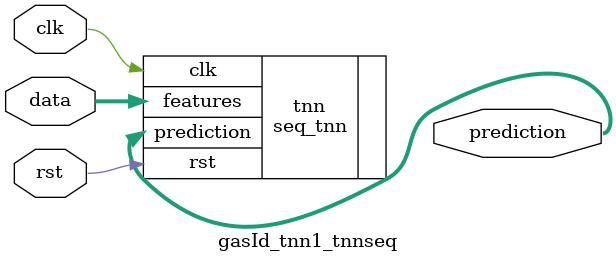
<source format=v>












module gasId_tnn1_tnnseq #(

parameter FEAT_CNT = 128,
parameter HIDDEN_CNT = 40,
parameter FEAT_BITS = 4,
parameter CLASS_CNT = 6,
parameter TEST_CNT = 1000




  ) (
  input clk,
  input rst,
  input [FEAT_CNT*FEAT_BITS-1:0] data,
  output [$clog2(CLASS_CNT)-1:0] prediction
  );

  seq_tnn #(
      .FEAT_CNT(FEAT_CNT),.FEAT_BITS(FEAT_BITS),.HIDDEN_CNT(HIDDEN_CNT),.CLASS_CNT(CLASS_CNT),
  .SPARSE_VALS(5120'b00000010000000000000000000000000000001000000000000000000000000001000000010000001000000100000000000000000000000001100000000001100000010101000101000000110001010110000010000011010101010110010010100101010000000000010001010000000000000100000000000000110000110101001001000100001000000100000000000000001010000000100000001000000000000000000000000000100000000000110000000000000000000000000100010000000010000000000000000000000000000000000000000000000000011000001101010111010001000110111001100001100000010101010001000110001000010100000100000100000100000100000001000010010000001000000001010100010001100010000101010101000101000011100000001010000010110000000000000000000001000000000000001000100000000000000000000000000000000010000010000000000000000100100000010000000000000000100010100011010101010110011010010101010000101100000101010001000100001100010000100010011001011000000100000000100000000010001000100010100000001010000000000000000000000010000010001000100010000001100010100000000000000000000000010000000110001000000000000000000000001000000000000000000000000000000000011000000011100001000000001000101000110101010101100110100100010110001010000001010100010000000011001100011000100010011110000001100000001100010000100010001000011000001000100000000101000000000001110000100000010000100000001000100000001100000000000000000000000000000000100000000011000000000000001000000000000000000000000000000000000000000000001000000000101100001110010010001000010000110000000000110000110001000001000100000100000101010001010000000000101001000000011000100001000100000001000100010001000010001100010000000000000000000001011000000000000000000000000000000000000001000000000000000000000000000000000000100000000000000000000000000000100000000000000000000110000000010000001000000110000100111000100001000000011000000001010100010101000010110111010100000000000101100001000101011000101001010011000000010110000110011000101011110100000000000000011000010011100010001110000010000000000000000000000000000000000000000000000000100000000000000100001000000000000000000000000000000100000000000010001001100000000111000101000010110010011010000010000001010101010000000011000100111000001000000101010001000000001100010011100001100001010101000100000000110011001110000110000100011110010100001011000001101000000100000000000000000100000000100000000000000000000000000000100001000000001000000000000000000000100000000000001000000010011100000000111001010010101100000100101001110000000011000100000010110000000010000111000000011100010100001011000000001100111001000110110010000000011100010000101001100000000011001100011010110000000010000000000000000000000000000000001001100000000000000000000000000000000001000000000001100000100000000000010000000000000000001110000001000100110010000000000000000000101000001101010101001000000000010001000000000000000000010000000000000110001000000000000000000000000000000011000000000010000001000000000000000000000000000010000000000000000000000000000000000000000000000001000000000000100000000000000000000010000100000000000000000000000001000000000000100010110000000100000000100100000100000110000001010101000110010010000101010001000100000001011000000100000000000010000001010010000000000001010000100000001001000000000000000000001001100000001000000000000100000000000000000000000000000000000000000000000000000000000000000010000000000001000000000100001001000000101000000001100010000000100000111001000000100000000010100000110100010100100000100001011100001000000001100000110010000110000100001000000000000000000000000000001100100000000010011100001000000010000000100000001000000000000000000000000000000000001000000000000000000000000000000000000000000000000000010000000000000000000000000010001000000001001000000000001000000010011000100000001000010101010101000000001100010111100010010001111000001100000001110011000010000100100000000000000001000010000000000000000010000000001000000000001000000110000100000001000000000000000000000010000000000000000000000000000000000000000000100000000100010000000000000000000000100010101001110000010101000101000000110000011000001010101011000100001110010000110000010101100011010010001100001001010010001110000110000000100101010011100100001000111100000001010000000010001000000000001000100000000000000000010000100000000000100000000000010000000000000010000000000000000010001000000000000000000000000000001000100000011000010100000001000000000100000100101000101000110000100011110110001100110100011000000000000000000010010100110001110001000000001001001100111001000010001110000000001001000000000010001100000000101000000010000000000000000000000000011000000000000000010000000000000000000000010010000000000000000001000000010000000000000001110101110000001010001100111000110011100110010001000010111010100010110101000000110001000100001011101010001010010000000010000100000000001100001000101001000000101110010011000000111010100011100111001000100000010000000000000010000000100000000000000000000000000000000000000000001000000000000000000000000000000000010000000000000000101100001011001111010010010100000010000111000000101100110000000011000000001000000000000000010001000000100101100000100001000000000011100101000010100000010011000110000000001110010100001001000000001),
  .MASK(5120'b00000010010000000000010010000000000001000000000001000000000000001000000010000001000000100100001000000000000000001100000010011111100011101000111001001110011010111100010110011111111111110111111110101110000000010010011010000100100000101100000000000111110111111101011001100001000000100000011100001101011011000100010001000000000000000000000000000100000000000110000000000000001000000000100010000000010000000000000000000000000000000000000000000000100011011011111011111010011000111111011110011101100011101110011000111001000010100000101100100000100001100000001011010010000001111000011010100110011101010000101010111111101111011100100101011000011110000000000000000000001000000000000001000100000000000010100000000100000100010000010000010001001001100100000010000100100000001101011111111110111110110111111010101010101101111110101111001110111101111011010110110011011011111100101001110101110100111001100101010111110001010101001100010000001011010100011011010100110000111101011100000000010000000000000010000000110001000000000000000000000001000000000000000100000000000010000011000000011100001000000011010101111111101011101101111110100010111011010111001011110011100111011101110111101110011111111010001110011101111011010110011001001011101101000101010011111111000010111110001110101010000100000111000110000001100000000000000100000000000000000100010000011000000000000001000000000000000000000001100000000000000000000001000000000101100111110011010101011010001110110010000111100111011100001001100010100001101010011010101000000111001000010011000101001001100000011000101110101001010001100110000100011010001000101011000100101000100000000000000000000001001100000000000100001000100100000000000110000000000000000000000000000100000000000010000000110000000010000001000100110010101111010100101000000011011110011110110110111001010110111110110101000011101100101010101111101101011011011101101110110010110011011101011111100100000000110011011011011101011001110000010010011000000000000001000000000000000000001001000100000000000010100001000100000001000000000000000000100000000100010011111101100001111001111100011111010011011010010110001010111011101101111100110111000001011000111111001010010001111011011100101101011011111100111001110111111101111011111110110111110111111011111100101101000000100000000001000000100000000100000000000000000000000000000100001000000001000000000001100000000101000010000011101101011111110111010111101011010111110010100111111111001101011010110100111111000100010011111100110111100011110011111110100001100111111100111111110010001011111011111101111101010101011011100111111111001100110000000000100000000000100000000001001100000000000110000000000000000000001100000000001110011100000000000010000000000000000001110101001000110110011100000000010100100101011011101111101101010100000110001000000000011000000010000000000000110001000000000000100000000001001100011000000000010000001000000010100000000000000010010000000000000000000000000000000000010000000000001001100000000100010000000001000000010000100100000000000010100000011000000010000101011110000100100001000100110000100000110111001111101001111110010010101111001000110000001011000000100000000000010100001010010000000001001010100100010001001000010001001000001001001100010001100100000000100100000000000100000000000000000000000100000000000000000010000000010000000000001001000000100001001000000101000010001110010010000100000111001000100101000111011101110111111111110101011111111111100111100001001111110110110111110110111101000000100100000000000000000001100100000000010111100001001000011000100101000001100000000000100000000000000000000001000000000000000100000000001000000000000000000000000010001000000000010000000000010001000000111001100010000001000000010011000100101001011010111111111100010011111011111111011011001111010101101011111111111111010010100100000000001000001000110001000000000001010110000011010001101101011000110000100000001000000000000000000000010000000000000000000000000001000000000001000100000000100010000000000000000000000100010111101111100011101101111111101111010111001001010111111000100101110110001110000011111111011010110111111001001111110001110101111000100101111011111101100111100111110000111010000000010111000000001001000101000100000010000010000110000000000100000000000010010000000100010000000000000000010001000001000000000000000000000001001100101011110110100001111000001010110100100111010101111111000101011110111111101111100011110001000000100110010011111110001111001011000001011011111111101001110001110100001101011011000001110011100110010101010000010001000000000000000000000011000100010000000110000000010000000000000010010000000000000000001000000010010000010000001111111110111011111011100111110110111110110110101011111111110111011111111010111110011100101111111111011101110111001011110010100000101011101001010101101110100111110111011011111111110101011111111011001100000010001000000100010000000100000000000000000000000000100000000000000001000000000000100100000000000100000010000000000100100101101001111011111010011011100011110010111000000101110110100000011100001101000000100011000011001000100110101100000110011000001001011100101010011101010010011011110101010101111010110001101000100001),
  .NONZERO_CNT(640'h2914262d2d3e323926393d1f2f372e2544352328333d33242a33302b25393236333d282228422734),
  .SPARSE_VALS2(58'b1000100000101101101100001111000000101101100010010010010110),  // Bits of not-zeroes
  .COL_INDICES(464'h2419161514110d06040327241816150c0805041d110c2322201d1c1a19110c090600251f1c1513100d0b0a0908002722201f1d1a16130e0a0802), // Column of non-zeros
  .ROW_PTRS(56'h3a302724180c00) // Column of non-zeros // Start indices per row
      ) tnn (
    .clk(clk),
    .rst(rst),
    .features(data),
    .prediction(prediction)
  );

endmodule

</source>
